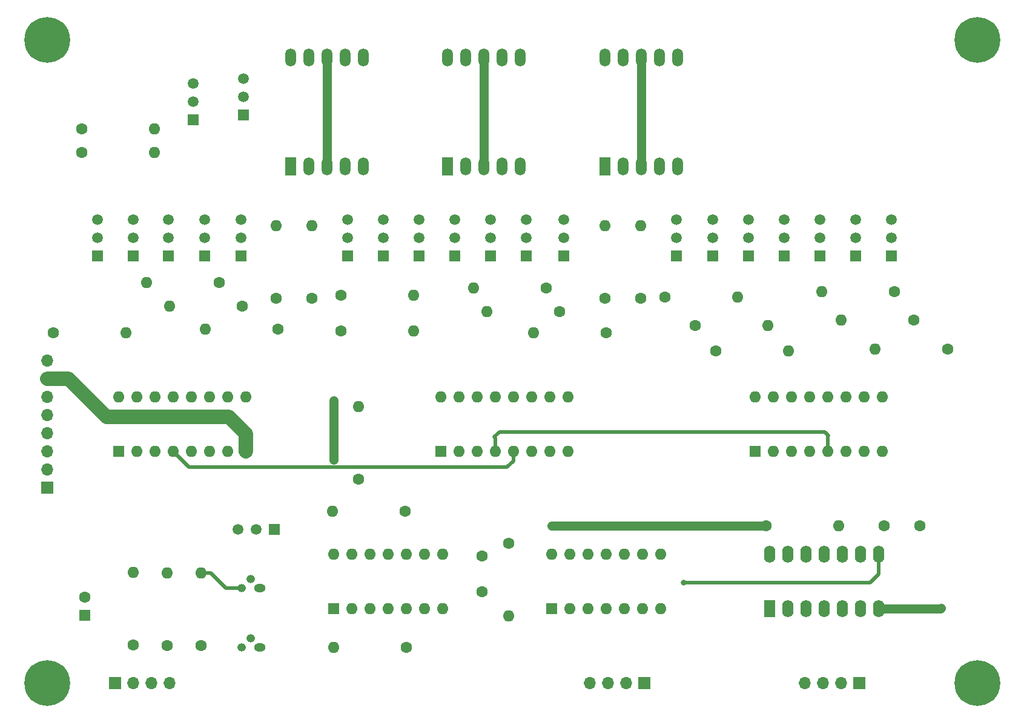
<source format=gbr>
%TF.GenerationSoftware,KiCad,Pcbnew,(6.0.4-0)*%
%TF.CreationDate,2024-05-14T12:27:25+10:00*%
%TF.ProjectId,Octal display,4f637461-6c20-4646-9973-706c61792e6b,rev?*%
%TF.SameCoordinates,Original*%
%TF.FileFunction,Copper,L1,Top*%
%TF.FilePolarity,Positive*%
%FSLAX46Y46*%
G04 Gerber Fmt 4.6, Leading zero omitted, Abs format (unit mm)*
G04 Created by KiCad (PCBNEW (6.0.4-0)) date 2024-05-14 12:27:25*
%MOMM*%
%LPD*%
G01*
G04 APERTURE LIST*
%TA.AperFunction,ComponentPad*%
%ADD10R,1.500000X1.500000*%
%TD*%
%TA.AperFunction,ComponentPad*%
%ADD11C,1.500000*%
%TD*%
%TA.AperFunction,ComponentPad*%
%ADD12R,1.524000X2.524000*%
%TD*%
%TA.AperFunction,ComponentPad*%
%ADD13O,1.524000X2.524000*%
%TD*%
%TA.AperFunction,ComponentPad*%
%ADD14R,1.600000X1.600000*%
%TD*%
%TA.AperFunction,ComponentPad*%
%ADD15O,1.600000X1.600000*%
%TD*%
%TA.AperFunction,ComponentPad*%
%ADD16R,1.600000X2.400000*%
%TD*%
%TA.AperFunction,ComponentPad*%
%ADD17O,1.600000X2.400000*%
%TD*%
%TA.AperFunction,ComponentPad*%
%ADD18C,1.600000*%
%TD*%
%TA.AperFunction,ComponentPad*%
%ADD19C,6.400000*%
%TD*%
%TA.AperFunction,ComponentPad*%
%ADD20C,0.800000*%
%TD*%
%TA.AperFunction,ComponentPad*%
%ADD21O,1.600000X1.200000*%
%TD*%
%TA.AperFunction,ComponentPad*%
%ADD22O,1.200000X1.200000*%
%TD*%
%TA.AperFunction,ComponentPad*%
%ADD23R,1.700000X1.700000*%
%TD*%
%TA.AperFunction,ComponentPad*%
%ADD24O,1.700000X1.700000*%
%TD*%
%TA.AperFunction,ViaPad*%
%ADD25C,1.200000*%
%TD*%
%TA.AperFunction,ViaPad*%
%ADD26C,0.800000*%
%TD*%
%TA.AperFunction,Conductor*%
%ADD27C,2.000000*%
%TD*%
%TA.AperFunction,Conductor*%
%ADD28C,1.250000*%
%TD*%
%TA.AperFunction,Conductor*%
%ADD29C,0.500000*%
%TD*%
G04 APERTURE END LIST*
D10*
%TO.P,Q7,1,C*%
%TO.N,Net-(Q7-Pad1)*%
X82385000Y-65545000D03*
D11*
%TO.P,Q7,2,B*%
%TO.N,Net-(Q7-Pad2)*%
X82385000Y-63005000D03*
%TO.P,Q7,3,E*%
%TO.N,Net-(AFF1-Pad10)*%
X82385000Y-60465000D03*
%TD*%
D10*
%TO.P,Q3,1,C*%
%TO.N,Net-(Q3-Pad1)*%
X71950000Y-85230000D03*
D11*
%TO.P,Q3,2,B*%
%TO.N,Net-(Q3-Pad2)*%
X71950000Y-82690000D03*
%TO.P,Q3,3,E*%
%TO.N,Net-(AFF1-Pad4)*%
X71950000Y-80150000D03*
%TD*%
D10*
%TO.P,Q11,1,C*%
%TO.N,Net-(Q11-Pad1)*%
X122000000Y-85230000D03*
D11*
%TO.P,Q11,2,B*%
%TO.N,Net-(Q11-Pad2)*%
X122000000Y-82690000D03*
%TO.P,Q11,3,E*%
%TO.N,Net-(AFF2-Pad2)*%
X122000000Y-80150000D03*
%TD*%
D10*
%TO.P,Q10,1,C*%
%TO.N,Net-(Q10-Pad1)*%
X117000000Y-85230000D03*
D11*
%TO.P,Q10,2,B*%
%TO.N,Net-(Q10-Pad2)*%
X117000000Y-82690000D03*
%TO.P,Q10,3,E*%
%TO.N,Net-(AFF2-Pad4)*%
X117000000Y-80150000D03*
%TD*%
D10*
%TO.P,Q21,1,C*%
%TO.N,Net-(Q21-Pad1)*%
X148000000Y-85230000D03*
D11*
%TO.P,Q21,2,B*%
%TO.N,Net-(Q21-Pad2)*%
X148000000Y-82690000D03*
%TO.P,Q21,3,E*%
%TO.N,Net-(AFF3-Pad10)*%
X148000000Y-80150000D03*
%TD*%
D10*
%TO.P,Q1,1,C*%
%TO.N,Net-(Q1-Pad1)*%
X62000000Y-85230000D03*
D11*
%TO.P,Q1,2,B*%
%TO.N,Net-(Q1-Pad2)*%
X62000000Y-82690000D03*
%TO.P,Q1,3,E*%
%TO.N,Net-(AFF1-Pad7)*%
X62000000Y-80150000D03*
%TD*%
D10*
%TO.P,Q20,1,C*%
%TO.N,Net-(Q20-Pad1)*%
X143000000Y-85230000D03*
D11*
%TO.P,Q20,2,B*%
%TO.N,Net-(Q20-Pad2)*%
X143000000Y-82690000D03*
%TO.P,Q20,3,E*%
%TO.N,Net-(AFF3-Pad9)*%
X143000000Y-80150000D03*
%TD*%
D10*
%TO.P,Q18,1,C*%
%TO.N,Net-(Q18-Pad1)*%
X168000000Y-85230000D03*
D11*
%TO.P,Q18,2,B*%
%TO.N,Net-(Q18-Pad2)*%
X168000000Y-82690000D03*
%TO.P,Q18,3,E*%
%TO.N,Net-(AFF3-Pad2)*%
X168000000Y-80150000D03*
%TD*%
D10*
%TO.P,Q5,1,C*%
%TO.N,Net-(Q5-Pad1)*%
X82110000Y-85230000D03*
D11*
%TO.P,Q5,2,B*%
%TO.N,Net-(Q5-Pad2)*%
X82110000Y-82690000D03*
%TO.P,Q5,3,E*%
%TO.N,Net-(AFF1-Pad1)*%
X82110000Y-80150000D03*
%TD*%
D10*
%TO.P,Q9,1,C*%
%TO.N,Net-(Q9-Pad1)*%
X112000000Y-85230000D03*
D11*
%TO.P,Q9,2,B*%
%TO.N,Net-(Q9-Pad2)*%
X112000000Y-82690000D03*
%TO.P,Q9,3,E*%
%TO.N,Net-(AFF2-Pad6)*%
X112000000Y-80150000D03*
%TD*%
D10*
%TO.P,Q4,1,C*%
%TO.N,Net-(Q4-Pad1)*%
X77000000Y-85230000D03*
D11*
%TO.P,Q4,2,B*%
%TO.N,Net-(Q4-Pad2)*%
X77000000Y-82690000D03*
%TO.P,Q4,3,E*%
%TO.N,Net-(AFF1-Pad2)*%
X77000000Y-80150000D03*
%TD*%
D10*
%TO.P,Q6,1,C*%
%TO.N,Net-(Q6-Pad1)*%
X75400000Y-66180000D03*
D11*
%TO.P,Q6,2,B*%
%TO.N,Net-(Q6-Pad2)*%
X75400000Y-63640000D03*
%TO.P,Q6,3,E*%
%TO.N,Net-(AFF1-Pad9)*%
X75400000Y-61100000D03*
%TD*%
D10*
%TO.P,Q12,1,C*%
%TO.N,Net-(Q12-Pad1)*%
X127195000Y-85230000D03*
D11*
%TO.P,Q12,2,B*%
%TO.N,Net-(Q12-Pad2)*%
X127195000Y-82690000D03*
%TO.P,Q12,3,E*%
%TO.N,Net-(AFF2-Pad1)*%
X127195000Y-80150000D03*
%TD*%
D10*
%TO.P,Q14,1,C*%
%TO.N,Net-(Q14-Pad1)*%
X102000000Y-85230000D03*
D11*
%TO.P,Q14,2,B*%
%TO.N,Net-(Q14-Pad2)*%
X102000000Y-82690000D03*
%TO.P,Q14,3,E*%
%TO.N,Net-(AFF2-Pad10)*%
X102000000Y-80150000D03*
%TD*%
D10*
%TO.P,Q13,1,C*%
%TO.N,Net-(Q13-Pad1)*%
X97000000Y-85230000D03*
D11*
%TO.P,Q13,2,B*%
%TO.N,Net-(Q13-Pad2)*%
X97000000Y-82690000D03*
%TO.P,Q13,3,E*%
%TO.N,Net-(AFF2-Pad9)*%
X97000000Y-80150000D03*
%TD*%
D10*
%TO.P,Q8,1,C*%
%TO.N,Net-(Q8-Pad1)*%
X107000000Y-85230000D03*
D11*
%TO.P,Q8,2,B*%
%TO.N,Net-(Q8-Pad2)*%
X107000000Y-82690000D03*
%TO.P,Q8,3,E*%
%TO.N,Net-(AFF2-Pad7)*%
X107000000Y-80150000D03*
%TD*%
D10*
%TO.P,Q17,1,C*%
%TO.N,Net-(Q17-Pad1)*%
X163030000Y-85230000D03*
D11*
%TO.P,Q17,2,B*%
%TO.N,Net-(Q17-Pad2)*%
X163030000Y-82690000D03*
%TO.P,Q17,3,E*%
%TO.N,Net-(AFF3-Pad4)*%
X163030000Y-80150000D03*
%TD*%
D10*
%TO.P,Q16,1,C*%
%TO.N,Net-(Q16-Pad1)*%
X158000000Y-85230000D03*
D11*
%TO.P,Q16,2,B*%
%TO.N,Net-(Q16-Pad2)*%
X158000000Y-82690000D03*
%TO.P,Q16,3,E*%
%TO.N,Net-(AFF3-Pad6)*%
X158000000Y-80150000D03*
%TD*%
D10*
%TO.P,Q15,1,C*%
%TO.N,Net-(Q15-Pad1)*%
X153000000Y-85230000D03*
D11*
%TO.P,Q15,2,B*%
%TO.N,Net-(Q15-Pad2)*%
X153000000Y-82690000D03*
%TO.P,Q15,3,E*%
%TO.N,Net-(AFF3-Pad7)*%
X153000000Y-80150000D03*
%TD*%
D10*
%TO.P,Q2,1,C*%
%TO.N,Net-(Q2-Pad1)*%
X67000000Y-85230000D03*
D11*
%TO.P,Q2,2,B*%
%TO.N,Net-(Q2-Pad2)*%
X67000000Y-82690000D03*
%TO.P,Q2,3,E*%
%TO.N,Net-(AFF1-Pad6)*%
X67000000Y-80150000D03*
%TD*%
D10*
%TO.P,Q19,1,C*%
%TO.N,Net-(Q19-Pad1)*%
X173000000Y-85230000D03*
D11*
%TO.P,Q19,2,B*%
%TO.N,Net-(Q19-Pad2)*%
X173000000Y-82690000D03*
%TO.P,Q19,3,E*%
%TO.N,Net-(AFF3-Pad1)*%
X173000000Y-80150000D03*
%TD*%
D12*
%TO.P,AFF1,1,e*%
%TO.N,Net-(AFF1-Pad1)*%
X89000000Y-72740000D03*
D13*
%TO.P,AFF1,2,d*%
%TO.N,Net-(AFF1-Pad2)*%
X91540000Y-72740000D03*
%TO.P,AFF1,3,C.K.*%
%TO.N,GND*%
X94080000Y-72740000D03*
%TO.P,AFF1,4,c*%
%TO.N,Net-(AFF1-Pad4)*%
X96620000Y-72740000D03*
%TO.P,AFF1,5,DP*%
%TO.N,unconnected-(AFF1-Pad5)*%
X99160000Y-72740000D03*
%TO.P,AFF1,6,b*%
%TO.N,Net-(AFF1-Pad6)*%
X99160000Y-57500000D03*
%TO.P,AFF1,7,a*%
%TO.N,Net-(AFF1-Pad7)*%
X96620000Y-57500000D03*
%TO.P,AFF1,8,C.K.*%
%TO.N,GND*%
X94080000Y-57500000D03*
%TO.P,AFF1,9,f*%
%TO.N,Net-(AFF1-Pad9)*%
X91540000Y-57500000D03*
%TO.P,AFF1,10,g*%
%TO.N,Net-(AFF1-Pad10)*%
X89000000Y-57500000D03*
%TD*%
D12*
%TO.P,AFF2,1,e*%
%TO.N,Net-(AFF2-Pad1)*%
X111000000Y-72740000D03*
D13*
%TO.P,AFF2,2,d*%
%TO.N,Net-(AFF2-Pad2)*%
X113540000Y-72740000D03*
%TO.P,AFF2,3,C.K.*%
%TO.N,GND*%
X116080000Y-72740000D03*
%TO.P,AFF2,4,c*%
%TO.N,Net-(AFF2-Pad4)*%
X118620000Y-72740000D03*
%TO.P,AFF2,5,DP*%
%TO.N,unconnected-(AFF2-Pad5)*%
X121160000Y-72740000D03*
%TO.P,AFF2,6,b*%
%TO.N,Net-(AFF2-Pad6)*%
X121160000Y-57500000D03*
%TO.P,AFF2,7,a*%
%TO.N,Net-(AFF2-Pad7)*%
X118620000Y-57500000D03*
%TO.P,AFF2,8,C.K.*%
%TO.N,GND*%
X116080000Y-57500000D03*
%TO.P,AFF2,9,f*%
%TO.N,Net-(AFF2-Pad9)*%
X113540000Y-57500000D03*
%TO.P,AFF2,10,g*%
%TO.N,Net-(AFF2-Pad10)*%
X111000000Y-57500000D03*
%TD*%
D12*
%TO.P,AFF3,1,e*%
%TO.N,Net-(AFF3-Pad1)*%
X133000000Y-72740000D03*
D13*
%TO.P,AFF3,2,d*%
%TO.N,Net-(AFF3-Pad2)*%
X135540000Y-72740000D03*
%TO.P,AFF3,3,C.K.*%
%TO.N,GND*%
X138080000Y-72740000D03*
%TO.P,AFF3,4,c*%
%TO.N,Net-(AFF3-Pad4)*%
X140620000Y-72740000D03*
%TO.P,AFF3,5,DP*%
%TO.N,unconnected-(AFF3-Pad5)*%
X143160000Y-72740000D03*
%TO.P,AFF3,6,b*%
%TO.N,Net-(AFF3-Pad6)*%
X143160000Y-57500000D03*
%TO.P,AFF3,7,a*%
%TO.N,Net-(AFF3-Pad7)*%
X140620000Y-57500000D03*
%TO.P,AFF3,8,C.K.*%
%TO.N,GND*%
X138080000Y-57500000D03*
%TO.P,AFF3,9,f*%
%TO.N,Net-(AFF3-Pad9)*%
X135540000Y-57500000D03*
%TO.P,AFF3,10,g*%
%TO.N,Net-(AFF3-Pad10)*%
X133000000Y-57500000D03*
%TD*%
D14*
%TO.P,U4,1,B*%
%TO.N,QG*%
X154000000Y-112620000D03*
D15*
%TO.P,U4,2,C*%
%TO.N,QF*%
X156540000Y-112620000D03*
%TO.P,U4,3,LT*%
%TO.N,unconnected-(U4-Pad3)*%
X159080000Y-112620000D03*
%TO.P,U4,4,BI/~{RBO}*%
%TO.N,unconnected-(U4-Pad4)*%
X161620000Y-112620000D03*
%TO.P,U4,5,RBI*%
%TO.N,Net-(U3-Pad4)*%
X164160000Y-112620000D03*
%TO.P,U4,6,D*%
%TO.N,GND*%
X166700000Y-112620000D03*
%TO.P,U4,7,A*%
%TO.N,QH*%
X169240000Y-112620000D03*
%TO.P,U4,8,GND*%
%TO.N,GND*%
X171780000Y-112620000D03*
%TO.P,U4,9,e*%
%TO.N,Net-(Q19-Pad2)*%
X171780000Y-105000000D03*
%TO.P,U4,10,d*%
%TO.N,Net-(Q18-Pad2)*%
X169240000Y-105000000D03*
%TO.P,U4,11,c*%
%TO.N,Net-(Q17-Pad2)*%
X166700000Y-105000000D03*
%TO.P,U4,12,b*%
%TO.N,Net-(Q16-Pad2)*%
X164160000Y-105000000D03*
%TO.P,U4,13,a*%
%TO.N,Net-(Q15-Pad2)*%
X161620000Y-105000000D03*
%TO.P,U4,14,g*%
%TO.N,Net-(Q21-Pad2)*%
X159080000Y-105000000D03*
%TO.P,U4,15,f*%
%TO.N,Net-(Q20-Pad2)*%
X156540000Y-105000000D03*
%TO.P,U4,16,VCC*%
%TO.N,+5V*%
X154000000Y-105000000D03*
%TD*%
D14*
%TO.P,U3,1,B*%
%TO.N,QD*%
X110000000Y-112620000D03*
D15*
%TO.P,U3,2,C*%
%TO.N,A2B*%
X112540000Y-112620000D03*
%TO.P,U3,3,LT*%
%TO.N,unconnected-(U3-Pad3)*%
X115080000Y-112620000D03*
%TO.P,U3,4,BI/~{RBO}*%
%TO.N,Net-(U3-Pad4)*%
X117620000Y-112620000D03*
%TO.P,U3,5,RBI*%
%TO.N,Net-(U2-Pad4)*%
X120160000Y-112620000D03*
%TO.P,U3,6,D*%
%TO.N,GND*%
X122700000Y-112620000D03*
%TO.P,U3,7,A*%
%TO.N,QE*%
X125240000Y-112620000D03*
%TO.P,U3,8,GND*%
%TO.N,GND*%
X127780000Y-112620000D03*
%TO.P,U3,9,e*%
%TO.N,Net-(Q12-Pad2)*%
X127780000Y-105000000D03*
%TO.P,U3,10,d*%
%TO.N,Net-(Q11-Pad2)*%
X125240000Y-105000000D03*
%TO.P,U3,11,c*%
%TO.N,Net-(Q10-Pad2)*%
X122700000Y-105000000D03*
%TO.P,U3,12,b*%
%TO.N,Net-(Q9-Pad2)*%
X120160000Y-105000000D03*
%TO.P,U3,13,a*%
%TO.N,Net-(Q8-Pad2)*%
X117620000Y-105000000D03*
%TO.P,U3,14,g*%
%TO.N,Net-(Q14-Pad2)*%
X115080000Y-105000000D03*
%TO.P,U3,15,f*%
%TO.N,Net-(Q13-Pad2)*%
X112540000Y-105000000D03*
%TO.P,U3,16,VCC*%
%TO.N,+5V*%
X110000000Y-105000000D03*
%TD*%
D16*
%TO.P,U1,1,A*%
%TO.N,Net-(U1-Pad1)*%
X156000000Y-134620000D03*
D17*
%TO.P,U1,2,B*%
X158540000Y-134620000D03*
%TO.P,U1,3,Qa*%
%TO.N,OH*%
X161080000Y-134620000D03*
%TO.P,U1,4,Qb*%
%TO.N,OG*%
X163620000Y-134620000D03*
%TO.P,U1,5,Qc*%
%TO.N,OF*%
X166160000Y-134620000D03*
%TO.P,U1,6,Qd*%
%TO.N,QD*%
X168700000Y-134620000D03*
%TO.P,U1,7,Vss*%
%TO.N,Vss*%
X171240000Y-134620000D03*
%TO.P,U1,8,CK*%
%TO.N,~{CLOCK}*%
X171240000Y-127000000D03*
%TO.P,U1,9,~{R}*%
%TO.N,Net-(C1-Pad1)*%
X168700000Y-127000000D03*
%TO.P,U1,10,Qe*%
%TO.N,QE*%
X166160000Y-127000000D03*
%TO.P,U1,11,Qf*%
%TO.N,QF*%
X163620000Y-127000000D03*
%TO.P,U1,12,Qg*%
%TO.N,QG*%
X161080000Y-127000000D03*
%TO.P,U1,13,Qh*%
%TO.N,QH*%
X158540000Y-127000000D03*
%TO.P,U1,14,Vdd*%
%TO.N,+5V*%
X156000000Y-127000000D03*
%TD*%
D18*
%TO.P,R21,1*%
%TO.N,+5V*%
X141340000Y-91000000D03*
D15*
%TO.P,R21,2*%
%TO.N,Net-(Q21-Pad1)*%
X151500000Y-91000000D03*
%TD*%
D18*
%TO.P,R13,1*%
%TO.N,+5V*%
X92000000Y-91160000D03*
D15*
%TO.P,R13,2*%
%TO.N,Net-(Q13-Pad1)*%
X92000000Y-81000000D03*
%TD*%
D18*
%TO.P,R8,1*%
%TO.N,+5V*%
X96090000Y-90750000D03*
D15*
%TO.P,R8,2*%
%TO.N,Net-(Q8-Pad1)*%
X106250000Y-90750000D03*
%TD*%
D18*
%TO.P,R14,1*%
%TO.N,+5V*%
X96090000Y-95750000D03*
D15*
%TO.P,R14,2*%
%TO.N,Net-(Q14-Pad1)*%
X106250000Y-95750000D03*
%TD*%
D18*
%TO.P,R10,1*%
%TO.N,+5V*%
X126660000Y-93000000D03*
D15*
%TO.P,R10,2*%
%TO.N,Net-(Q10-Pad1)*%
X116500000Y-93000000D03*
%TD*%
D18*
%TO.P,R9,1*%
%TO.N,+5V*%
X124750000Y-89750000D03*
D15*
%TO.P,R9,2*%
%TO.N,Net-(Q9-Pad1)*%
X114590000Y-89750000D03*
%TD*%
D18*
%TO.P,R20,1*%
%TO.N,+5V*%
X138000000Y-91160000D03*
D15*
%TO.P,R20,2*%
%TO.N,Net-(Q20-Pad1)*%
X138000000Y-81000000D03*
%TD*%
D18*
%TO.P,R19,1*%
%TO.N,+5V*%
X180910000Y-98250000D03*
D15*
%TO.P,R19,2*%
%TO.N,Net-(Q19-Pad1)*%
X170750000Y-98250000D03*
%TD*%
D18*
%TO.P,R18,1*%
%TO.N,+5V*%
X176160000Y-94250000D03*
D15*
%TO.P,R18,2*%
%TO.N,Net-(Q18-Pad1)*%
X166000000Y-94250000D03*
%TD*%
D18*
%TO.P,R17,1*%
%TO.N,+5V*%
X173410000Y-90250000D03*
D15*
%TO.P,R17,2*%
%TO.N,Net-(Q17-Pad1)*%
X163250000Y-90250000D03*
%TD*%
D18*
%TO.P,R7,1*%
%TO.N,+5V*%
X59840000Y-70750000D03*
D15*
%TO.P,R7,2*%
%TO.N,Net-(Q7-Pad1)*%
X70000000Y-70750000D03*
%TD*%
D18*
%TO.P,R15,1*%
%TO.N,+5V*%
X145590000Y-95000000D03*
D15*
%TO.P,R15,2*%
%TO.N,Net-(Q15-Pad1)*%
X155750000Y-95000000D03*
%TD*%
D18*
%TO.P,R12,1*%
%TO.N,+5V*%
X133000000Y-91160000D03*
D15*
%TO.P,R12,2*%
%TO.N,Net-(Q12-Pad1)*%
X133000000Y-81000000D03*
%TD*%
D18*
%TO.P,R6,1*%
%TO.N,+5V*%
X59840000Y-67500000D03*
D15*
%TO.P,R6,2*%
%TO.N,Net-(Q6-Pad1)*%
X70000000Y-67500000D03*
%TD*%
D18*
%TO.P,R5,1*%
%TO.N,+5V*%
X87000000Y-91160000D03*
D15*
%TO.P,R5,2*%
%TO.N,Net-(Q5-Pad1)*%
X87000000Y-81000000D03*
%TD*%
D18*
%TO.P,R16,1*%
%TO.N,+5V*%
X148500000Y-98500000D03*
D15*
%TO.P,R16,2*%
%TO.N,Net-(Q16-Pad1)*%
X158660000Y-98500000D03*
%TD*%
D18*
%TO.P,R4,1*%
%TO.N,+5V*%
X87250000Y-95500000D03*
D15*
%TO.P,R4,2*%
%TO.N,Net-(Q4-Pad1)*%
X77090000Y-95500000D03*
%TD*%
D18*
%TO.P,R3,1*%
%TO.N,+5V*%
X82250000Y-92250000D03*
D15*
%TO.P,R3,2*%
%TO.N,Net-(Q3-Pad1)*%
X72090000Y-92250000D03*
%TD*%
D18*
%TO.P,R1,1*%
%TO.N,+5V*%
X55840000Y-96000000D03*
D15*
%TO.P,R1,2*%
%TO.N,Net-(Q1-Pad1)*%
X66000000Y-96000000D03*
%TD*%
D18*
%TO.P,R2,1*%
%TO.N,+5V*%
X79000000Y-89000000D03*
D15*
%TO.P,R2,2*%
%TO.N,Net-(Q2-Pad1)*%
X68840000Y-89000000D03*
%TD*%
D18*
%TO.P,R11,1*%
%TO.N,+5V*%
X133160000Y-96000000D03*
D15*
%TO.P,R11,2*%
%TO.N,Net-(Q11-Pad1)*%
X123000000Y-96000000D03*
%TD*%
D14*
%TO.P,U2,1,B*%
%TO.N,A1C*%
X65000000Y-112620000D03*
D15*
%TO.P,U2,2,C*%
%TO.N,A2C*%
X67540000Y-112620000D03*
%TO.P,U2,3,LT*%
%TO.N,unconnected-(U2-Pad3)*%
X70080000Y-112620000D03*
%TO.P,U2,4,BI/~{RBO}*%
%TO.N,Net-(U2-Pad4)*%
X72620000Y-112620000D03*
%TO.P,U2,5,RBI*%
%TO.N,~{RBI}*%
X75160000Y-112620000D03*
%TO.P,U2,6,D*%
%TO.N,GND*%
X77700000Y-112620000D03*
%TO.P,U2,7,A*%
%TO.N,A0C*%
X80240000Y-112620000D03*
%TO.P,U2,8,GND*%
%TO.N,GND*%
X82780000Y-112620000D03*
%TO.P,U2,9,e*%
%TO.N,Net-(Q5-Pad2)*%
X82780000Y-105000000D03*
%TO.P,U2,10,d*%
%TO.N,Net-(Q4-Pad2)*%
X80240000Y-105000000D03*
%TO.P,U2,11,c*%
%TO.N,Net-(Q3-Pad2)*%
X77700000Y-105000000D03*
%TO.P,U2,12,b*%
%TO.N,Net-(Q2-Pad2)*%
X75160000Y-105000000D03*
%TO.P,U2,13,a*%
%TO.N,Net-(Q1-Pad2)*%
X72620000Y-105000000D03*
%TO.P,U2,14,g*%
%TO.N,Net-(Q7-Pad2)*%
X70080000Y-105000000D03*
%TO.P,U2,15,f*%
%TO.N,Net-(Q6-Pad2)*%
X67540000Y-105000000D03*
%TO.P,U2,16,VCC*%
%TO.N,+5V*%
X65000000Y-105000000D03*
%TD*%
D19*
%TO.P,H1,1,1*%
%TO.N,GND*%
X55000000Y-55000000D03*
D20*
X53302944Y-56697056D03*
X55000000Y-52600000D03*
X56697056Y-53302944D03*
X55000000Y-57400000D03*
X57400000Y-55000000D03*
X56697056Y-56697056D03*
X52600000Y-55000000D03*
X53302944Y-53302944D03*
%TD*%
%TO.P,H2,1,1*%
%TO.N,GND*%
X183302944Y-53302944D03*
X185000000Y-52600000D03*
X183302944Y-56697056D03*
D19*
X185000000Y-55000000D03*
D20*
X186697056Y-53302944D03*
X187400000Y-55000000D03*
X186697056Y-56697056D03*
X182600000Y-55000000D03*
X185000000Y-57400000D03*
%TD*%
%TO.P,H3,1,1*%
%TO.N,GND*%
X182600000Y-145000000D03*
X185000000Y-147400000D03*
D19*
X185000000Y-145000000D03*
D20*
X187400000Y-145000000D03*
X183302944Y-146697056D03*
X185000000Y-142600000D03*
X186697056Y-146697056D03*
X183302944Y-143302944D03*
X186697056Y-143302944D03*
%TD*%
%TO.P,H4,1,1*%
%TO.N,GND*%
X56697056Y-146697056D03*
X56697056Y-143302944D03*
X55000000Y-147400000D03*
X52600000Y-145000000D03*
D19*
X55000000Y-145000000D03*
D20*
X55000000Y-142600000D03*
X57400000Y-145000000D03*
X53302944Y-143302944D03*
X53302944Y-146697056D03*
%TD*%
D18*
%TO.P,C1,1*%
%TO.N,Net-(C1-Pad1)*%
X172000000Y-123000000D03*
%TO.P,C1,2*%
%TO.N,GND*%
X177000000Y-123000000D03*
%TD*%
%TO.P,R22,1*%
%TO.N,+5V*%
X155500000Y-123000000D03*
D15*
%TO.P,R22,2*%
%TO.N,Net-(C1-Pad1)*%
X165660000Y-123000000D03*
%TD*%
D14*
%TO.P,U5,1*%
%TO.N,Net-(U5-Pad1)*%
X125500000Y-134620000D03*
D15*
%TO.P,U5,2*%
X128040000Y-134620000D03*
%TO.P,U5,3*%
%TO.N,~{FLAG}*%
X130580000Y-134620000D03*
%TO.P,U5,4*%
%TO.N,~{DATA}*%
X133120000Y-134620000D03*
%TO.P,U5,5*%
X135660000Y-134620000D03*
%TO.P,U5,6*%
%TO.N,Net-(U1-Pad1)*%
X138200000Y-134620000D03*
%TO.P,U5,7,GND*%
%TO.N,GND*%
X140740000Y-134620000D03*
%TO.P,U5,8*%
%TO.N,Net-(U5-Pad1)*%
X140740000Y-127000000D03*
%TO.P,U5,9*%
%TO.N,Net-(C2-Pad2)*%
X138200000Y-127000000D03*
%TO.P,U5,10*%
%TO.N,Net-(U5-Pad10)*%
X135660000Y-127000000D03*
%TO.P,U5,11*%
X133120000Y-127000000D03*
%TO.P,U5,12*%
%TO.N,Net-(U5-Pad1)*%
X130580000Y-127000000D03*
%TO.P,U5,13*%
%TO.N,~{RESET_FLAG}*%
X128040000Y-127000000D03*
%TO.P,U5,14,VCC*%
%TO.N,+5V*%
X125500000Y-127000000D03*
%TD*%
D18*
%TO.P,R23,1*%
%TO.N,Net-(D1-Pad2)*%
X119500000Y-125500000D03*
D15*
%TO.P,R23,2*%
%TO.N,~{RESET_FLAG}*%
X119500000Y-135660000D03*
%TD*%
D18*
%TO.P,R24,1*%
%TO.N,Net-(D1-Pad2)*%
X105000000Y-121000000D03*
D15*
%TO.P,R24,2*%
%TO.N,+5V*%
X94840000Y-121000000D03*
%TD*%
D18*
%TO.P,R25,1*%
%TO.N,Net-(R25-Pad1)*%
X76500000Y-139750000D03*
D15*
%TO.P,R25,2*%
%TO.N,+5V*%
X76500000Y-129590000D03*
%TD*%
D18*
%TO.P,R26,1*%
%TO.N,GND*%
X105160000Y-140000000D03*
D15*
%TO.P,R26,2*%
%TO.N,Net-(Q24-Pad1)*%
X95000000Y-140000000D03*
%TD*%
D18*
%TO.P,R27,1*%
%TO.N,Net-(C2-Pad2)*%
X98500000Y-116500000D03*
D15*
%TO.P,R27,2*%
%TO.N,+5V*%
X98500000Y-106340000D03*
%TD*%
D14*
%TO.P,U6,1*%
%TO.N,Net-(Q24-Pad1)*%
X95000000Y-134620000D03*
D15*
%TO.P,U6,2*%
%TO.N,Net-(R25-Pad1)*%
X97540000Y-134620000D03*
%TO.P,U6,3*%
%TO.N,N/C*%
X100080000Y-134620000D03*
%TO.P,U6,4*%
%TO.N,Net-(R25-Pad1)*%
X102620000Y-134620000D03*
%TO.P,U6,5*%
X105160000Y-134620000D03*
%TO.P,U6,6*%
%TO.N,Net-(C2-Pad1)*%
X107700000Y-134620000D03*
%TO.P,U6,7,GND*%
%TO.N,GND*%
X110240000Y-134620000D03*
%TO.P,U6,8*%
%TO.N,N/C*%
X110240000Y-127000000D03*
%TO.P,U6,9*%
X107700000Y-127000000D03*
%TO.P,U6,10*%
X105160000Y-127000000D03*
%TO.P,U6,11*%
X102620000Y-127000000D03*
%TO.P,U6,12*%
X100080000Y-127000000D03*
%TO.P,U6,13*%
X97540000Y-127000000D03*
%TO.P,U6,14,VCC*%
%TO.N,+5V*%
X95000000Y-127000000D03*
%TD*%
D10*
%TO.P,D1,1,A*%
%TO.N,Net-(D1-Pad1)*%
X86750000Y-123500000D03*
D11*
%TO.P,D1,2,G*%
%TO.N,Net-(D1-Pad2)*%
X84210000Y-123500000D03*
%TO.P,D1,3,K*%
%TO.N,GND*%
X81670000Y-123500000D03*
%TD*%
D21*
%TO.P,Q23,1,E*%
%TO.N,Net-(Q23-Pad1)*%
X84750000Y-131750000D03*
D22*
%TO.P,Q23,2,B*%
%TO.N,Pot_b*%
X83480000Y-130480000D03*
%TO.P,Q23,3,C*%
%TO.N,+5V*%
X82210000Y-131750000D03*
%TD*%
D21*
%TO.P,Q24,1,E*%
%TO.N,Net-(Q24-Pad1)*%
X84750000Y-140000000D03*
D22*
%TO.P,Q24,2,B*%
%TO.N,Net-(Q23-Pad1)*%
X83480000Y-138730000D03*
%TO.P,Q24,3,C*%
%TO.N,+5V*%
X82210000Y-140000000D03*
%TD*%
D18*
%TO.P,R28,1*%
%TO.N,Pot_t*%
X71750000Y-139750000D03*
D15*
%TO.P,R28,2*%
%TO.N,+5V*%
X71750000Y-129590000D03*
%TD*%
D18*
%TO.P,R29,1*%
%TO.N,Pot_b*%
X67000000Y-139660000D03*
D15*
%TO.P,R29,2*%
%TO.N,Net-(D1-Pad1)*%
X67000000Y-129500000D03*
%TD*%
D14*
%TO.P,C3,1*%
%TO.N,Pot_b*%
X60250000Y-135500000D03*
D18*
%TO.P,C3,2*%
%TO.N,GND*%
X60250000Y-133000000D03*
%TD*%
%TO.P,C2,1*%
%TO.N,Net-(C2-Pad1)*%
X115750000Y-132250000D03*
%TO.P,C2,2*%
%TO.N,Net-(C2-Pad2)*%
X115750000Y-127250000D03*
%TD*%
D23*
%TO.P,J3,1,Pin_1*%
%TO.N,~{CLOCK}*%
X138500000Y-145000000D03*
D24*
%TO.P,J3,2,Pin_2*%
%TO.N,~{DATA}*%
X135960000Y-145000000D03*
%TO.P,J3,3,Pin_3*%
%TO.N,~{FLAG}*%
X133420000Y-145000000D03*
%TO.P,J3,4,Pin_4*%
%TO.N,~{RESET_FLAG}*%
X130880000Y-145000000D03*
%TD*%
D23*
%TO.P,J1,1,Pin_1*%
%TO.N,A0C*%
X55000000Y-117700000D03*
D24*
%TO.P,J1,2,Pin_2*%
%TO.N,~{RBI}*%
X55000000Y-115160000D03*
%TO.P,J1,3,Pin_3*%
%TO.N,A2C*%
X55000000Y-112620000D03*
%TO.P,J1,4,Pin_4*%
%TO.N,A1C*%
X55000000Y-110080000D03*
%TO.P,J1,5,Pin_5*%
%TO.N,+5V*%
X55000000Y-107540000D03*
%TO.P,J1,6,Pin_6*%
X55000000Y-105000000D03*
%TO.P,J1,7,Pin_7*%
%TO.N,GND*%
X55000000Y-102460000D03*
%TO.P,J1,8,Pin_8*%
X55000000Y-99920000D03*
%TD*%
D23*
%TO.P,J2,1,Pin_1*%
%TO.N,A2B*%
X168500000Y-145000000D03*
D24*
%TO.P,J2,2,Pin_2*%
%TO.N,OF*%
X165960000Y-145000000D03*
%TO.P,J2,3,Pin_3*%
%TO.N,OG*%
X163420000Y-145000000D03*
%TO.P,J2,4,Pin_4*%
%TO.N,OH*%
X160880000Y-145000000D03*
%TD*%
D23*
%TO.P,J4,1,Pin_1*%
%TO.N,GND*%
X64500000Y-145000000D03*
D24*
%TO.P,J4,2,Pin_2*%
%TO.N,Pot_b*%
X67040000Y-145000000D03*
%TO.P,J4,3,Pin_3*%
X69580000Y-145000000D03*
%TO.P,J4,4,Pin_4*%
%TO.N,Pot_t*%
X72120000Y-145000000D03*
%TD*%
D25*
%TO.N,+5V*%
X95000000Y-105500000D03*
X95000000Y-113750000D03*
X125500000Y-123000000D03*
%TO.N,Vss*%
X180000000Y-134500000D03*
D26*
%TO.N,~{CLOCK}*%
X143980000Y-130950000D03*
%TD*%
D27*
%TO.N,GND*%
X82780000Y-112620000D02*
X82780000Y-110180000D01*
X82780000Y-110180000D02*
X80400000Y-107800000D01*
D28*
X94080000Y-57500000D02*
X94080000Y-72740000D01*
X116080000Y-57500000D02*
X116080000Y-72740000D01*
D27*
X57960000Y-102460000D02*
X55000000Y-102460000D01*
X80400000Y-107800000D02*
X63300000Y-107800000D01*
D28*
X138080000Y-57500000D02*
X138080000Y-72740000D01*
D27*
X63300000Y-107800000D02*
X57960000Y-102460000D01*
D29*
%TO.N,+5V*%
X76500000Y-129590000D02*
X77840000Y-129590000D01*
D28*
X155500000Y-123000000D02*
X125500000Y-123000000D01*
X95000000Y-113750000D02*
X95000000Y-105500000D01*
D29*
X80000000Y-131750000D02*
X82210000Y-131750000D01*
X77840000Y-129590000D02*
X80000000Y-131750000D01*
D28*
%TO.N,Vss*%
X179880000Y-134620000D02*
X180000000Y-134500000D01*
X171240000Y-134620000D02*
X179880000Y-134620000D01*
D29*
%TO.N,Net-(U3-Pad4)*%
X164160000Y-110440000D02*
X164200000Y-110400000D01*
X118200000Y-109900000D02*
X117500000Y-110600000D01*
X164160000Y-112620000D02*
X164160000Y-110440000D01*
X164200000Y-110400000D02*
X163700000Y-109900000D01*
X117620000Y-110720000D02*
X117620000Y-112620000D01*
X117500000Y-110600000D02*
X117620000Y-110720000D01*
X163700000Y-109900000D02*
X118200000Y-109900000D01*
%TO.N,~{CLOCK}*%
X171240000Y-127000000D02*
X171240000Y-129760000D01*
X143980000Y-130950000D02*
X170050000Y-130950000D01*
X170050000Y-130950000D02*
X171240000Y-129760000D01*
%TO.N,Net-(U2-Pad4)*%
X119275000Y-114825000D02*
X74825000Y-114825000D01*
X120160000Y-113940000D02*
X119275000Y-114825000D01*
X120160000Y-112620000D02*
X120160000Y-113940000D01*
X74825000Y-114825000D02*
X72620000Y-112620000D01*
%TD*%
M02*

</source>
